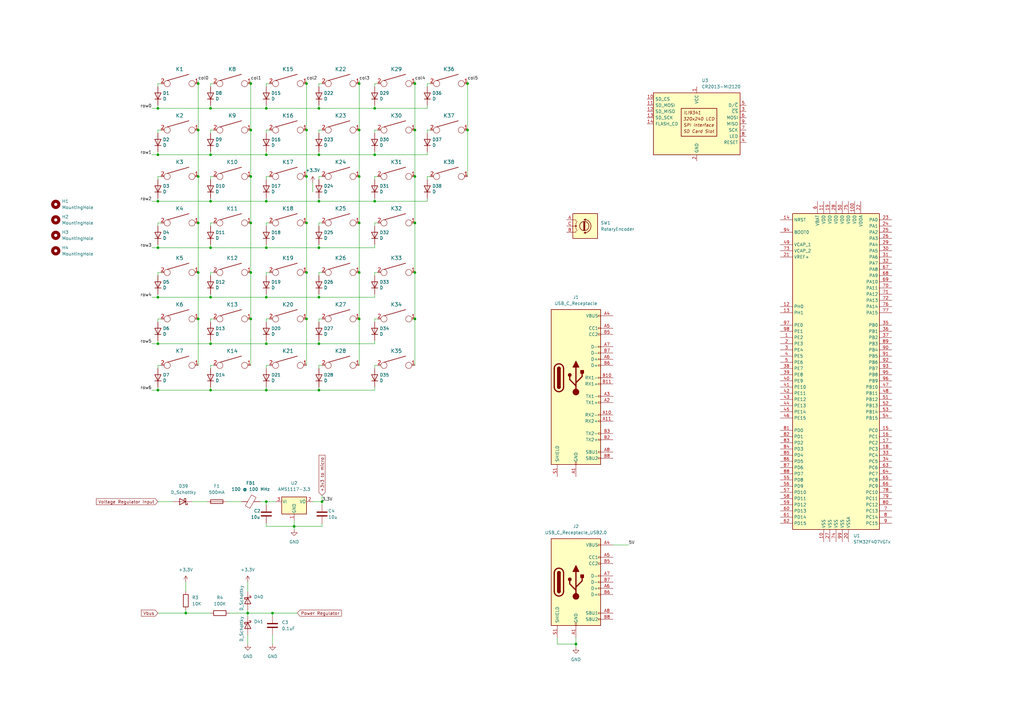
<source format=kicad_sch>
(kicad_sch (version 20211123) (generator eeschema)
  (paper "A3")
  (junction (at 125.73 53.34))
  (junction (at 130.81 63.5))
  (junction (at 86.36 140.97))
  (junction (at 64.77 160.02))
  (junction (at 102.87 91.44))
  (junction (at 170.18 130.81))
  (junction (at 147.32 91.44))
  (junction (at 125.73 130.81))
  (junction (at 109.22 82.55))
  (junction (at 125.73 111.76))
  (junction (at 86.36 63.5))
  (junction (at 64.77 44.45))
  (junction (at 76.2 251.46))
  (junction (at 109.22 205.74))
  (junction (at 153.67 63.5))
  (junction (at 86.36 101.6))
  (junction (at 86.36 160.02))
  (junction (at 109.22 121.92))
  (junction (at 109.22 140.97))
  (junction (at 102.87 111.76))
  (junction (at 81.28 53.34))
  (junction (at 101.6 251.46))
  (junction (at 81.28 34.29))
  (junction (at 130.81 101.6))
  (junction (at 153.67 44.45))
  (junction (at 147.32 34.29))
  (junction (at 81.28 72.39))
  (junction (at 125.73 91.44))
  (junction (at 147.32 53.34))
  (junction (at 109.22 44.45))
  (junction (at 125.73 34.29))
  (junction (at 170.18 34.29))
  (junction (at 102.87 53.34))
  (junction (at 236.22 264.16))
  (junction (at 109.22 101.6))
  (junction (at 111.76 251.46))
  (junction (at 130.81 44.45))
  (junction (at 109.22 63.5))
  (junction (at 130.81 82.55))
  (junction (at 81.28 91.44))
  (junction (at 170.18 72.39))
  (junction (at 64.77 101.6))
  (junction (at 64.77 121.92))
  (junction (at 130.81 140.97))
  (junction (at 191.77 34.29))
  (junction (at 170.18 53.34))
  (junction (at 170.18 111.76))
  (junction (at 86.36 44.45))
  (junction (at 64.77 140.97))
  (junction (at 130.81 121.92))
  (junction (at 191.77 53.34))
  (junction (at 130.81 160.02))
  (junction (at 86.36 82.55))
  (junction (at 147.32 111.76))
  (junction (at 102.87 72.39))
  (junction (at 153.67 82.55))
  (junction (at 102.87 34.29))
  (junction (at 120.65 215.9))
  (junction (at 86.36 121.92))
  (junction (at 147.32 130.81))
  (junction (at 125.73 72.39))
  (junction (at 170.18 91.44))
  (junction (at 109.22 160.02))
  (junction (at 102.87 130.81))
  (junction (at 64.77 82.55))
  (junction (at 64.77 63.5))
  (junction (at 81.28 111.76))
  (junction (at 81.28 130.81))
  (junction (at 132.08 205.74))
  (junction (at 147.32 72.39))
  (wire (pts (xy 66.04 34.29) (xy 64.77 34.29)))
  (wire (pts (xy 130.81 91.44) (xy 130.81 92.71)))
  (wire (pts (xy 86.36 101.6) (xy 109.22 101.6)))
  (wire (pts (xy 153.67 130.81) (xy 153.67 132.08)))
  (wire (pts (xy 64.77 140.97) (xy 62.23 140.97)))
  (wire (pts (xy 170.18 91.44) (xy 170.18 111.76)))
  (wire (pts (xy 86.36 81.28) (xy 86.36 82.55)))
  (wire (pts (xy 93.98 251.46) (xy 101.6 251.46)))
  (wire (pts (xy 153.67 34.29) (xy 153.67 35.56)))
  (wire (pts (xy 64.77 91.44) (xy 64.77 92.71)))
  (wire (pts (xy 64.77 62.23) (xy 64.77 63.5)))
  (wire (pts (xy 110.49 111.76) (xy 109.22 111.76)))
  (wire (pts (xy 110.49 72.39) (xy 109.22 72.39)))
  (wire (pts (xy 64.77 121.92) (xy 86.36 121.92)))
  (wire (pts (xy 86.36 34.29) (xy 86.36 35.56)))
  (wire (pts (xy 81.28 111.76) (xy 81.28 130.81)))
  (wire (pts (xy 130.81 53.34) (xy 130.81 54.61)))
  (wire (pts (xy 81.28 53.34) (xy 81.28 72.39)))
  (wire (pts (xy 130.81 121.92) (xy 153.67 121.92)))
  (wire (pts (xy 109.22 44.45) (xy 130.81 44.45)))
  (wire (pts (xy 154.94 149.86) (xy 153.67 149.86)))
  (wire (pts (xy 130.81 158.75) (xy 130.81 160.02)))
  (wire (pts (xy 236.22 264.16) (xy 236.22 265.43)))
  (wire (pts (xy 130.81 101.6) (xy 153.67 101.6)))
  (wire (pts (xy 64.77 100.33) (xy 64.77 101.6)))
  (wire (pts (xy 147.32 130.81) (xy 147.32 149.86)))
  (wire (pts (xy 102.87 33.02) (xy 102.87 34.29)))
  (wire (pts (xy 176.53 34.29) (xy 175.26 34.29)))
  (wire (pts (xy 120.65 215.9) (xy 120.65 217.17)))
  (wire (pts (xy 125.73 130.81) (xy 125.73 149.86)))
  (wire (pts (xy 101.6 251.46) (xy 101.6 252.73)))
  (wire (pts (xy 109.22 43.18) (xy 109.22 44.45)))
  (wire (pts (xy 64.77 149.86) (xy 64.77 151.13)))
  (wire (pts (xy 64.77 160.02) (xy 86.36 160.02)))
  (wire (pts (xy 102.87 130.81) (xy 102.87 149.86)))
  (wire (pts (xy 154.94 72.39) (xy 153.67 72.39)))
  (wire (pts (xy 109.22 160.02) (xy 130.81 160.02)))
  (wire (pts (xy 86.36 44.45) (xy 109.22 44.45)))
  (wire (pts (xy 101.6 251.46) (xy 111.76 251.46)))
  (wire (pts (xy 130.81 111.76) (xy 130.81 113.03)))
  (wire (pts (xy 154.94 34.29) (xy 153.67 34.29)))
  (wire (pts (xy 76.2 238.76) (xy 76.2 242.57)))
  (wire (pts (xy 130.81 63.5) (xy 153.67 63.5)))
  (wire (pts (xy 153.67 62.23) (xy 153.67 63.5)))
  (wire (pts (xy 130.81 120.65) (xy 130.81 121.92)))
  (wire (pts (xy 110.49 91.44) (xy 109.22 91.44)))
  (wire (pts (xy 109.22 205.74) (xy 113.03 205.74)))
  (wire (pts (xy 81.28 91.44) (xy 81.28 111.76)))
  (wire (pts (xy 87.63 149.86) (xy 86.36 149.86)))
  (wire (pts (xy 64.77 120.65) (xy 64.77 121.92)))
  (wire (pts (xy 64.77 140.97) (xy 86.36 140.97)))
  (wire (pts (xy 130.81 82.55) (xy 153.67 82.55)))
  (wire (pts (xy 106.68 205.74) (xy 109.22 205.74)))
  (wire (pts (xy 86.36 140.97) (xy 109.22 140.97)))
  (wire (pts (xy 86.36 158.75) (xy 86.36 160.02)))
  (wire (pts (xy 110.49 34.29) (xy 109.22 34.29)))
  (wire (pts (xy 109.22 91.44) (xy 109.22 92.71)))
  (wire (pts (xy 130.81 44.45) (xy 153.67 44.45)))
  (wire (pts (xy 125.73 72.39) (xy 125.73 91.44)))
  (wire (pts (xy 153.67 100.33) (xy 153.67 101.6)))
  (wire (pts (xy 101.6 238.76) (xy 101.6 242.57)))
  (wire (pts (xy 66.04 91.44) (xy 64.77 91.44)))
  (wire (pts (xy 153.67 111.76) (xy 153.67 113.03)))
  (wire (pts (xy 64.77 44.45) (xy 86.36 44.45)))
  (wire (pts (xy 147.32 34.29) (xy 147.32 53.34)))
  (wire (pts (xy 154.94 53.34) (xy 153.67 53.34)))
  (wire (pts (xy 86.36 72.39) (xy 86.36 73.66)))
  (wire (pts (xy 101.6 250.19) (xy 101.6 251.46)))
  (wire (pts (xy 130.81 43.18) (xy 130.81 44.45)))
  (wire (pts (xy 130.81 81.28) (xy 130.81 82.55)))
  (wire (pts (xy 132.08 111.76) (xy 130.81 111.76)))
  (wire (pts (xy 132.08 203.2) (xy 132.08 205.74)))
  (wire (pts (xy 86.36 130.81) (xy 86.36 132.08)))
  (wire (pts (xy 109.22 214.63) (xy 109.22 215.9)))
  (wire (pts (xy 86.36 91.44) (xy 86.36 92.71)))
  (wire (pts (xy 130.81 140.97) (xy 153.67 140.97)))
  (wire (pts (xy 153.67 139.7) (xy 153.67 140.97)))
  (wire (pts (xy 125.73 111.76) (xy 125.73 130.81)))
  (wire (pts (xy 66.04 130.81) (xy 64.77 130.81)))
  (wire (pts (xy 92.71 205.74) (xy 99.06 205.74)))
  (wire (pts (xy 154.94 91.44) (xy 153.67 91.44)))
  (wire (pts (xy 132.08 215.9) (xy 120.65 215.9)))
  (wire (pts (xy 109.22 101.6) (xy 130.81 101.6)))
  (wire (pts (xy 64.77 72.39) (xy 64.77 73.66)))
  (wire (pts (xy 86.36 100.33) (xy 86.36 101.6)))
  (wire (pts (xy 176.53 72.39) (xy 175.26 72.39)))
  (wire (pts (xy 153.67 72.39) (xy 153.67 73.66)))
  (wire (pts (xy 109.22 149.86) (xy 109.22 151.13)))
  (wire (pts (xy 147.32 111.76) (xy 147.32 130.81)))
  (wire (pts (xy 175.26 81.28) (xy 175.26 82.55)))
  (wire (pts (xy 109.22 139.7) (xy 109.22 140.97)))
  (wire (pts (xy 228.6 264.16) (xy 236.22 264.16)))
  (wire (pts (xy 111.76 251.46) (xy 121.92 251.46)))
  (wire (pts (xy 110.49 130.81) (xy 109.22 130.81)))
  (wire (pts (xy 125.73 91.44) (xy 125.73 111.76)))
  (wire (pts (xy 125.73 53.34) (xy 125.73 72.39)))
  (wire (pts (xy 109.22 215.9) (xy 120.65 215.9)))
  (wire (pts (xy 64.77 101.6) (xy 62.23 101.6)))
  (wire (pts (xy 66.04 149.86) (xy 64.77 149.86)))
  (wire (pts (xy 86.36 63.5) (xy 109.22 63.5)))
  (wire (pts (xy 191.77 34.29) (xy 191.77 53.34)))
  (wire (pts (xy 87.63 91.44) (xy 86.36 91.44)))
  (wire (pts (xy 153.67 91.44) (xy 153.67 92.71)))
  (wire (pts (xy 109.22 63.5) (xy 130.81 63.5)))
  (wire (pts (xy 154.94 130.81) (xy 153.67 130.81)))
  (wire (pts (xy 102.87 72.39) (xy 102.87 91.44)))
  (wire (pts (xy 86.36 160.02) (xy 109.22 160.02)))
  (wire (pts (xy 132.08 149.86) (xy 130.81 149.86)))
  (wire (pts (xy 109.22 82.55) (xy 130.81 82.55)))
  (wire (pts (xy 102.87 111.76) (xy 102.87 130.81)))
  (wire (pts (xy 109.22 130.81) (xy 109.22 132.08)))
  (wire (pts (xy 86.36 82.55) (xy 109.22 82.55)))
  (wire (pts (xy 109.22 158.75) (xy 109.22 160.02)))
  (wire (pts (xy 64.77 158.75) (xy 64.77 160.02)))
  (wire (pts (xy 132.08 214.63) (xy 132.08 215.9)))
  (wire (pts (xy 132.08 205.74) (xy 132.08 207.01)))
  (wire (pts (xy 87.63 111.76) (xy 86.36 111.76)))
  (wire (pts (xy 102.87 91.44) (xy 102.87 111.76)))
  (wire (pts (xy 130.81 130.81) (xy 130.81 132.08)))
  (wire (pts (xy 153.67 53.34) (xy 153.67 54.61)))
  (wire (pts (xy 64.77 205.74) (xy 71.12 205.74)))
  (wire (pts (xy 86.36 111.76) (xy 86.36 113.03)))
  (wire (pts (xy 64.77 34.29) (xy 64.77 35.56)))
  (wire (pts (xy 175.26 34.29) (xy 175.26 35.56)))
  (wire (pts (xy 81.28 72.39) (xy 81.28 91.44)))
  (wire (pts (xy 64.77 121.92) (xy 62.23 121.92)))
  (wire (pts (xy 109.22 62.23) (xy 109.22 63.5)))
  (wire (pts (xy 191.77 53.34) (xy 191.77 72.39)))
  (wire (pts (xy 86.36 62.23) (xy 86.36 63.5)))
  (wire (pts (xy 170.18 33.02) (xy 170.18 34.29)))
  (wire (pts (xy 66.04 111.76) (xy 64.77 111.76)))
  (wire (pts (xy 153.67 44.45) (xy 175.26 44.45)))
  (wire (pts (xy 175.26 53.34) (xy 175.26 54.61)))
  (wire (pts (xy 130.81 139.7) (xy 130.81 140.97)))
  (wire (pts (xy 154.94 111.76) (xy 153.67 111.76)))
  (wire (pts (xy 111.76 260.35) (xy 111.76 264.16)))
  (wire (pts (xy 66.04 53.34) (xy 64.77 53.34)))
  (wire (pts (xy 81.28 34.29) (xy 81.28 53.34)))
  (wire (pts (xy 64.77 82.55) (xy 86.36 82.55)))
  (wire (pts (xy 130.81 160.02) (xy 153.67 160.02)))
  (wire (pts (xy 64.77 44.45) (xy 62.23 44.45)))
  (wire (pts (xy 153.67 158.75) (xy 153.67 160.02)))
  (wire (pts (xy 86.36 120.65) (xy 86.36 121.92)))
  (wire (pts (xy 87.63 53.34) (xy 86.36 53.34)))
  (wire (pts (xy 64.77 63.5) (xy 62.23 63.5)))
  (wire (pts (xy 76.2 251.46) (xy 86.36 251.46)))
  (wire (pts (xy 109.22 205.74) (xy 109.22 207.01)))
  (wire (pts (xy 64.77 81.28) (xy 64.77 82.55)))
  (wire (pts (xy 109.22 81.28) (xy 109.22 82.55)))
  (wire (pts (xy 132.08 130.81) (xy 130.81 130.81)))
  (wire (pts (xy 64.77 139.7) (xy 64.77 140.97)))
  (wire (pts (xy 109.22 111.76) (xy 109.22 113.03)))
  (wire (pts (xy 251.46 223.52) (xy 257.81 223.52)))
  (wire (pts (xy 87.63 130.81) (xy 86.36 130.81)))
  (wire (pts (xy 175.26 62.23) (xy 175.26 63.5)))
  (wire (pts (xy 170.18 53.34) (xy 170.18 72.39)))
  (wire (pts (xy 64.77 82.55) (xy 62.23 82.55)))
  (wire (pts (xy 170.18 34.29) (xy 170.18 53.34)))
  (wire (pts (xy 86.36 149.86) (xy 86.36 151.13)))
  (wire (pts (xy 153.67 120.65) (xy 153.67 121.92)))
  (wire (pts (xy 191.77 33.02) (xy 191.77 34.29)))
  (wire (pts (xy 125.73 34.29) (xy 125.73 53.34)))
  (wire (pts (xy 128.27 74.93) (xy 128.27 78.74)))
  (wire (pts (xy 132.08 72.39) (xy 130.81 72.39)))
  (wire (pts (xy 147.32 53.34) (xy 147.32 72.39)))
  (wire (pts (xy 153.67 81.28) (xy 153.67 82.55)))
  (wire (pts (xy 153.67 149.86) (xy 153.67 151.13)))
  (wire (pts (xy 110.49 53.34) (xy 109.22 53.34)))
  (wire (pts (xy 86.36 121.92) (xy 109.22 121.92)))
  (wire (pts (xy 87.63 34.29) (xy 86.36 34.29)))
  (wire (pts (xy 228.6 261.62) (xy 228.6 264.16)))
  (wire (pts (xy 130.81 62.23) (xy 130.81 63.5)))
  (wire (pts (xy 153.67 82.55) (xy 175.26 82.55)))
  (wire (pts (xy 109.22 72.39) (xy 109.22 73.66)))
  (wire (pts (xy 175.26 43.18) (xy 175.26 44.45)))
  (wire (pts (xy 153.67 43.18) (xy 153.67 44.45)))
  (wire (pts (xy 132.08 34.29) (xy 130.81 34.29)))
  (wire (pts (xy 132.08 53.34) (xy 130.81 53.34)))
  (wire (pts (xy 109.22 100.33) (xy 109.22 101.6)))
  (wire (pts (xy 111.76 251.46) (xy 111.76 252.73)))
  (wire (pts (xy 170.18 130.81) (xy 170.18 149.86)))
  (wire (pts (xy 109.22 120.65) (xy 109.22 121.92)))
  (wire (pts (xy 81.28 130.81) (xy 81.28 149.86)))
  (wire (pts (xy 109.22 53.34) (xy 109.22 54.61)))
  (wire (pts (xy 101.6 260.35) (xy 101.6 264.16)))
  (wire (pts (xy 64.77 43.18) (xy 64.77 44.45)))
  (wire (pts (xy 64.77 101.6) (xy 86.36 101.6)))
  (wire (pts (xy 64.77 160.02) (xy 62.23 160.02)))
  (wire (pts (xy 128.27 205.74) (xy 132.08 205.74)))
  (wire (pts (xy 76.2 250.19) (xy 76.2 251.46)))
  (wire (pts (xy 64.77 53.34) (xy 64.77 54.61)))
  (wire (pts (xy 109.22 121.92) (xy 130.81 121.92)))
  (wire (pts (xy 102.87 53.34) (xy 102.87 72.39)))
  (wire (pts (xy 81.28 33.02) (xy 81.28 34.29)))
  (wire (pts (xy 125.73 33.02) (xy 125.73 34.29)))
  (wire (pts (xy 64.77 130.81) (xy 64.77 132.08)))
  (wire (pts (xy 130.81 72.39) (xy 130.81 73.66)))
  (wire (pts (xy 147.32 33.02) (xy 147.32 34.29)))
  (wire (pts (xy 109.22 34.29) (xy 109.22 35.56)))
  (wire (pts (xy 153.67 63.5) (xy 175.26 63.5)))
  (wire (pts (xy 130.81 149.86) (xy 130.81 151.13)))
  (wire (pts (xy 87.63 72.39) (xy 86.36 72.39)))
  (wire (pts (xy 147.32 72.39) (xy 147.32 91.44)))
  (wire (pts (xy 109.22 140.97) (xy 130.81 140.97)))
  (wire (pts (xy 64.77 251.46) (xy 76.2 251.46)))
  (wire (pts (xy 130.81 100.33) (xy 130.81 101.6)))
  (wire (pts (xy 86.36 53.34) (xy 86.36 54.61)))
  (wire (pts (xy 102.87 34.29) (xy 102.87 53.34)))
  (wire (pts (xy 120.65 213.36) (xy 120.65 215.9)))
  (wire (pts (xy 170.18 72.39) (xy 170.18 91.44)))
  (wire (pts (xy 147.32 91.44) (xy 147.32 111.76)))
  (wire (pts (xy 64.77 63.5) (xy 86.36 63.5)))
  (wire (pts (xy 64.77 111.76) (xy 64.77 113.03)))
  (wire (pts (xy 176.53 53.34) (xy 175.26 53.34)))
  (wire (pts (xy 132.08 91.44) (xy 130.81 91.44)))
  (wire (pts (xy 78.74 205.74) (xy 85.09 205.74)))
  (wire (pts (xy 170.18 111.76) (xy 170.18 130.81)))
  (wire (pts (xy 236.22 261.62) (xy 236.22 264.16)))
  (wire (pts (xy 66.04 72.39) (xy 64.77 72.39)))
  (wire (pts (xy 86.36 43.18) (xy 86.36 44.45)))
  (wire (pts (xy 175.26 72.39) (xy 175.26 73.66)))
  (wire (pts (xy 130.81 34.29) (xy 130.81 35.56)))
  (wire (pts (xy 86.36 139.7) (xy 86.36 140.97)))
  (wire (pts (xy 110.49 149.86) (xy 109.22 149.86)))
  (label "col4" (at 170.18 33.02 0))
  (label "row6" (at 62.23 160.02 180))
  (label "row4" (at 62.23 121.92 180))
  (label "col5" (at 191.77 33.02 0))
  (label "row3" (at 62.23 101.6 180))
  (label "row0" (at 62.23 44.45 180))
  (label "col0" (at 81.28 33.02 0))
  (label "3.3V" (at 132.08 205.74 0))
  (label "5V" (at 257.81 223.52 0))
  (label "row5" (at 62.23 140.97 180))
  (label "col1" (at 102.87 33.02 0))
  (label "col3" (at 147.32 33.02 0))
  (label "row1" (at 62.23 63.5 180))
  (label "row2" (at 62.23 82.55 180))
  (label "col2" (at 125.73 33.02 0))
  (global_label "Vbus" (shape input) (at 64.77 251.46 180) (property "Intersheet References" "${INTERSHEET_REFS}" (effects hide)))
  (global_label "Power Regulator" (shape input) (at 121.92 251.46 0) (property "Intersheet References" "${INTERSHEET_REFS}" (effects hide)))
  (global_label "Voltage Regulator Input" (shape input) (at 64.77 205.74 180) (property "Intersheet References" "${INTERSHEET_REFS}" (effects hide)))
  (global_label "+3v3 to micro" (shape input) (at 132.08 203.2 90) (property "Intersheet References" "${INTERSHEET_REFS}" (effects hide)))
  (symbol (lib_id "KBT1-rescue:D-Device") (at 64.77 39.37 90) (unit 1)
    (property "Reference" "D1" (at 66.802 38.2016 90) (effects (justify right)))
    (property "Value" "D" (at 66.802 40.513 90) (effects (justify right)))
    (property "Footprint" "Diode_SMD:D_SOD-123" (effects hide))
  )
  (symbol (lib_id "KBT1-rescue:KEYSW-keyboard_parts") (at 73.66 34.29 0) (unit 1)
    (property "Reference" "K1" (at 73.66 28.3718 0) (effects (font (size 1.524 1.524))))
    (property "Value" "KEYSW" (effects hide))
    (property "Footprint" "6:SW_Hotswap_Kailh_MX_plated" (effects hide))
  )
  (symbol (lib_id "KBT1-rescue:KEYSW-keyboard_parts") (at 95.25 34.29 0) (unit 1)
    (property "Reference" "K8" (at 95.25 28.3718 0) (effects (font (size 1.524 1.524))))
    (property "Value" "KEYSW" (effects hide))
    (property "Footprint" "6:SW_Hotswap_Kailh_MX_plated" (effects hide))
  )
  (symbol (lib_id "KBT1-rescue:D-Device") (at 86.36 39.37 90) (unit 1)
    (property "Reference" "D8" (at 88.392 38.2016 90) (effects (justify right)))
    (property "Value" "D" (at 88.392 40.513 90) (effects (justify right)))
    (property "Footprint" "Diode_SMD:D_SOD-123" (effects hide))
  )
  (symbol (lib_id "KBT1-rescue:KEYSW-keyboard_parts") (at 118.11 34.29 0) (unit 1)
    (property "Reference" "K15" (at 118.11 28.3718 0) (effects (font (size 1.524 1.524))))
    (property "Value" "KEYSW" (effects hide))
    (property "Footprint" "6:SW_Hotswap_Kailh_MX_plated" (effects hide))
  )
  (symbol (lib_id "KBT1-rescue:D-Device") (at 109.22 39.37 90) (unit 1)
    (property "Reference" "D15" (at 111.252 38.2016 90) (effects (justify right)))
    (property "Value" "D" (at 111.252 40.513 90) (effects (justify right)))
    (property "Footprint" "Diode_SMD:D_SOD-123" (effects hide))
  )
  (symbol (lib_id "KBT1-rescue:KEYSW-keyboard_parts") (at 139.7 34.29 0) (unit 1)
    (property "Reference" "K22" (at 139.7 28.3718 0) (effects (font (size 1.524 1.524))))
    (property "Value" "KEYSW" (effects hide))
    (property "Footprint" "6:SW_Hotswap_Kailh_MX_plated" (effects hide))
  )
  (symbol (lib_id "KBT1-rescue:D-Device") (at 130.81 39.37 90) (unit 1)
    (property "Reference" "D22" (at 132.842 38.2016 90) (effects (justify right)))
    (property "Value" "D" (at 132.842 40.513 90) (effects (justify right)))
    (property "Footprint" "Diode_SMD:D_SOD-123" (effects hide))
  )
  (symbol (lib_id "KBT1-rescue:KEYSW-keyboard_parts") (at 73.66 53.34 0) (unit 1)
    (property "Reference" "K2" (at 73.66 47.4218 0) (effects (font (size 1.524 1.524))))
    (property "Value" "KEYSW" (effects hide))
    (property "Footprint" "6:SW_Hotswap_Kailh_MX_plated" (effects hide))
  )
  (symbol (lib_id "KBT1-rescue:D-Device") (at 64.77 58.42 90) (unit 1)
    (property "Reference" "D2" (at 66.802 57.2516 90) (effects (justify right)))
    (property "Value" "D" (at 66.802 59.563 90) (effects (justify right)))
    (property "Footprint" "Diode_SMD:D_SOD-123" (effects hide))
  )
  (symbol (lib_id "KBT1-rescue:KEYSW-keyboard_parts") (at 95.25 53.34 0) (unit 1)
    (property "Reference" "K9" (at 95.25 47.4218 0) (effects (font (size 1.524 1.524))))
    (property "Value" "KEYSW" (effects hide))
    (property "Footprint" "6:SW_Hotswap_Kailh_MX_plated" (effects hide))
  )
  (symbol (lib_id "KBT1-rescue:D-Device") (at 86.36 58.42 90) (unit 1)
    (property "Reference" "D9" (at 88.392 57.2516 90) (effects (justify right)))
    (property "Value" "D" (at 88.392 59.563 90) (effects (justify right)))
    (property "Footprint" "Diode_SMD:D_SOD-123" (effects hide))
  )
  (symbol (lib_id "KBT1-rescue:KEYSW-keyboard_parts") (at 118.11 53.34 0) (unit 1)
    (property "Reference" "K16" (at 118.11 47.4218 0) (effects (font (size 1.524 1.524))))
    (property "Value" "KEYSW" (effects hide))
    (property "Footprint" "6:SW_Hotswap_Kailh_MX_plated" (effects hide))
  )
  (symbol (lib_id "KBT1-rescue:D-Device") (at 109.22 58.42 90) (unit 1)
    (property "Reference" "D16" (at 111.252 57.2516 90) (effects (justify right)))
    (property "Value" "D" (at 111.252 59.563 90) (effects (justify right)))
    (property "Footprint" "Diode_SMD:D_SOD-123" (effects hide))
  )
  (symbol (lib_id "KBT1-rescue:KEYSW-keyboard_parts") (at 139.7 53.34 0) (unit 1)
    (property "Reference" "K23" (at 139.7 47.4218 0) (effects (font (size 1.524 1.524))))
    (property "Value" "KEYSW" (effects hide))
    (property "Footprint" "6:SW_Hotswap_Kailh_MX_plated" (effects hide))
  )
  (symbol (lib_id "KBT1-rescue:D-Device") (at 130.81 58.42 90) (unit 1)
    (property "Reference" "D23" (at 132.842 57.2516 90) (effects (justify right)))
    (property "Value" "D" (at 132.842 59.563 90) (effects (justify right)))
    (property "Footprint" "Diode_SMD:D_SOD-123" (effects hide))
  )
  (symbol (lib_id "KBT1-rescue:KEYSW-keyboard_parts") (at 73.66 72.39 0) (unit 1)
    (property "Reference" "K3" (at 73.66 66.4718 0) (effects (font (size 1.524 1.524))))
    (property "Value" "KEYSW" (effects hide))
    (property "Footprint" "6:SW_Hotswap_Kailh_MX_plated" (effects hide))
  )
  (symbol (lib_id "KBT1-rescue:D-Device") (at 64.77 77.47 90) (unit 1)
    (property "Reference" "D3" (at 66.802 76.3016 90) (effects (justify right)))
    (property "Value" "D" (at 66.802 78.613 90) (effects (justify right)))
    (property "Footprint" "Diode_SMD:D_SOD-123" (effects hide))
  )
  (symbol (lib_id "KBT1-rescue:KEYSW-keyboard_parts") (at 95.25 72.39 0) (unit 1)
    (property "Reference" "K10" (at 95.25 66.4718 0) (effects (font (size 1.524 1.524))))
    (property "Value" "KEYSW" (effects hide))
    (property "Footprint" "6:SW_Hotswap_Kailh_MX_plated" (effects hide))
  )
  (symbol (lib_id "KBT1-rescue:D-Device") (at 86.36 77.47 90) (unit 1)
    (property "Reference" "D10" (at 88.392 76.3016 90) (effects (justify right)))
    (property "Value" "D" (at 88.392 78.613 90) (effects (justify right)))
    (property "Footprint" "Diode_SMD:D_SOD-123" (effects hide))
  )
  (symbol (lib_id "KBT1-rescue:KEYSW-keyboard_parts") (at 118.11 72.39 0) (unit 1)
    (property "Reference" "K17" (at 118.11 66.4718 0) (effects (font (size 1.524 1.524))))
    (property "Value" "KEYSW" (effects hide))
    (property "Footprint" "6:SW_Hotswap_Kailh_MX_plated" (effects hide))
  )
  (symbol (lib_id "KBT1-rescue:D-Device") (at 109.22 77.47 90) (unit 1)
    (property "Reference" "D17" (at 111.252 76.3016 90) (effects (justify right)))
    (property "Value" "D" (at 111.252 78.613 90) (effects (justify right)))
    (property "Footprint" "Diode_SMD:D_SOD-123" (effects hide))
  )
  (symbol (lib_id "KBT1-rescue:KEYSW-keyboard_parts") (at 139.7 72.39 0) (unit 1)
    (property "Reference" "K24" (at 139.7 66.4718 0) (effects (font (size 1.524 1.524))))
    (property "Value" "KEYSW" (effects hide))
    (property "Footprint" "6:SW_Hotswap_Kailh_MX_plated" (effects hide))
  )
  (symbol (lib_id "KBT1-rescue:D-Device") (at 130.81 77.47 90) (unit 1)
    (property "Reference" "D24" (at 132.842 76.3016 90) (effects (justify right)))
    (property "Value" "D" (at 132.842 78.613 90) (effects (justify right)))
    (property "Footprint" "Diode_SMD:D_SOD-123" (effects hide))
  )
  (symbol (lib_id "KBT1-rescue:KEYSW-keyboard_parts") (at 73.66 91.44 0) (unit 1)
    (property "Reference" "K4" (at 73.66 85.5218 0) (effects (font (size 1.524 1.524))))
    (property "Value" "KEYSW" (effects hide))
    (property "Footprint" "6:SW_Hotswap_Kailh_MX_plated" (effects hide))
  )
  (symbol (lib_id "KBT1-rescue:D-Device") (at 64.77 96.52 90) (unit 1)
    (property "Reference" "D4" (at 66.802 95.3516 90) (effects (justify right)))
    (property "Value" "D" (at 66.802 97.663 90) (effects (justify right)))
    (property "Footprint" "Diode_SMD:D_SOD-123" (effects hide))
  )
  (symbol (lib_id "KBT1-rescue:KEYSW-keyboard_parts") (at 95.25 91.44 0) (unit 1)
    (property "Reference" "K11" (at 95.25 85.5218 0) (effects (font (size 1.524 1.524))))
    (property "Value" "KEYSW" (effects hide))
    (property "Footprint" "6:SW_Hotswap_Kailh_MX_plated" (effects hide))
  )
  (symbol (lib_id "KBT1-rescue:D-Device") (at 86.36 96.52 90) (unit 1)
    (property "Reference" "D11" (at 88.392 95.3516 90) (effects (justify right)))
    (property "Value" "D" (at 88.392 97.663 90) (effects (justify right)))
    (property "Footprint" "Diode_SMD:D_SOD-123" (effects hide))
  )
  (symbol (lib_id "KBT1-rescue:KEYSW-keyboard_parts") (at 118.11 91.44 0) (unit 1)
    (property "Reference" "K18" (at 118.11 85.5218 0) (effects (font (size 1.524 1.524))))
    (property "Value" "KEYSW" (effects hide))
    (property "Footprint" "6:SW_Hotswap_Kailh_MX_plated" (effects hide))
  )
  (symbol (lib_id "KBT1-rescue:D-Device") (at 109.22 96.52 90) (unit 1)
    (property "Reference" "D18" (at 111.252 95.3516 90) (effects (justify right)))
    (property "Value" "D" (at 111.252 97.663 90) (effects (justify right)))
    (property "Footprint" "Diode_SMD:D_SOD-123" (effects hide))
  )
  (symbol (lib_id "KBT1-rescue:KEYSW-keyboard_parts") (at 139.7 91.44 0) (unit 1)
    (property "Reference" "K25" (at 139.7 85.5218 0) (effects (font (size 1.524 1.524))))
    (property "Value" "KEYSW" (effects hide))
    (property "Footprint" "6:SW_Hotswap_Kailh_MX_plated" (effects hide))
  )
  (symbol (lib_id "KBT1-rescue:D-Device") (at 130.81 96.52 90) (unit 1)
    (property "Reference" "D25" (at 132.842 95.3516 90) (effects (justify right)))
    (property "Value" "D" (at 132.842 97.663 90) (effects (justify right)))
    (property "Footprint" "Diode_SMD:D_SOD-123" (effects hide))
  )
  (symbol (lib_id "KBT1-rescue:KEYSW-keyboard_parts") (at 139.7 111.76 0) (unit 1)
    (property "Reference" "K26" (at 139.7 105.8418 0) (effects (font (size 1.524 1.524))))
    (property "Value" "KEYSW" (effects hide))
    (property "Footprint" "6:SW_Hotswap_Kailh_MX_plated" (effects hide))
  )
  (symbol (lib_id "Mechanical:MountingHole") (at 22.86 83.82 0) (unit 1)
    (property "Reference" "H1" (at 25.4 82.5499 0) (effects (justify left)))
    (property "Value" "MountingHole" (at 25.4 85.0899 0) (effects (justify left)))
    (property "Footprint" "MountingHole:MountingHole_2.7mm" (effects hide))
  )
  (symbol (lib_id "Connector:USB_C_Receptacle_USB2.0") (at 236.22 238.76 0) (unit 1)
    (property "Reference" "J2" (at 236.22 215.9 0))
    (property "Value" "USB_C_Receptacle_USB2.0" (at 236.22 218.44 0))
    (property "Footprint" "Connector_USB:USB_C_Receptacle_Amphenol_12401548E4-2A_CircularHoles" (effects hide))
    (property "Datasheet" "https://www.usb.org/sites/default/files/documents/usb_type-c.zip" (effects hide))
  )
  (symbol (lib_id "Device:C") (at 109.22 210.82 0) (unit 1)
    (property "Reference" "C2" (at 104.14 209.55 0) (effects (justify left)))
    (property "Value" "10u" (at 102.87 212.09 0) (effects (justify left)))
    (property "Footprint" "Capacitor_SMD:C_0805_2012Metric" (effects hide))
  )
  (symbol (lib_id "KBT1-rescue:KEYSW-keyboard_parts") (at 73.66 149.86 0) (unit 1)
    (property "Reference" "K7" (at 73.66 143.9418 0) (effects (font (size 1.524 1.524))))
    (property "Value" "KEYSW" (effects hide))
    (property "Footprint" "6:SW_Hotswap_Kailh_MX_plated" (effects hide))
  )
  (symbol (lib_id "KBT1-rescue:KEYSW-keyboard_parts") (at 184.15 53.34 0) (unit 1)
    (property "Reference" "K37" (at 184.15 47.4218 0) (effects (font (size 1.524 1.524))))
    (property "Value" "KEYSW" (effects hide))
    (property "Footprint" "6:SW_Hotswap_Kailh_MX_plated" (effects hide))
  )
  (symbol (lib_id "KBT1-rescue:KEYSW-keyboard_parts") (at 184.15 72.39 0) (unit 1)
    (property "Reference" "K38" (at 184.15 66.4718 0) (effects (font (size 1.524 1.524))))
    (property "Value" "KEYSW" (effects hide))
    (property "Footprint" "6:SW_Hotswap_Kailh_MX_plated" (effects hide))
  )
  (symbol (lib_id "KBT1-rescue:KEYSW-keyboard_parts") (at 162.56 72.39 0) (unit 1)
    (property "Reference" "K31" (at 162.56 66.4718 0) (effects (font (size 1.524 1.524))))
    (property "Value" "KEYSW" (effects hide))
    (property "Footprint" "6:SW_Hotswap_Kailh_MX_plated" (effects hide))
  )
  (symbol (lib_id "power:GND") (at 120.65 217.17 0) (unit 1)
    (property "Reference" "#PWR05" (effects hide))
    (property "Value" "GND" (at 120.65 222.25 0))
  )
  (symbol (lib_id "Device:R") (at 76.2 246.38 0) (unit 1)
    (property "Reference" "R3" (at 78.74 245.1099 0) (effects (justify left)))
    (property "Value" "10K" (at 78.74 247.6499 0) (effects (justify left)))
    (property "Footprint" "Resistor_SMD:R_0805_2012Metric" (effects hide))
  )
  (symbol (lib_id "KBT1-rescue:KEYSW-keyboard_parts") (at 118.11 130.81 0) (unit 1)
    (property "Reference" "K20" (at 118.11 124.8918 0) (effects (font (size 1.524 1.524))))
    (property "Value" "KEYSW" (effects hide))
    (property "Footprint" "6:SW_Hotswap_Kailh_MX_plated" (effects hide))
  )
  (symbol (lib_id "KBT1-rescue:KEYSW-keyboard_parts") (at 162.56 91.44 0) (unit 1)
    (property "Reference" "K32" (at 162.56 85.5218 0) (effects (font (size 1.524 1.524))))
    (property "Value" "KEYSW" (effects hide))
    (property "Footprint" "6:SW_Hotswap_Kailh_MX_plated" (effects hide))
  )
  (symbol (lib_id "KBT1-rescue:D-Device") (at 153.67 135.89 90) (unit 1)
    (property "Reference" "D34" (at 155.702 134.7216 90) (effects (justify right)))
    (property "Value" "D" (at 155.702 137.033 90) (effects (justify right)))
    (property "Footprint" "Diode_SMD:D_SOD-123" (effects hide))
  )
  (symbol (lib_id "KBT1-rescue:D-Device") (at 153.67 39.37 90) (unit 1)
    (property "Reference" "D29" (at 155.702 38.2016 90) (effects (justify right)))
    (property "Value" "D" (at 155.702 40.513 90) (effects (justify right)))
    (property "Footprint" "Diode_SMD:D_SOD-123" (effects hide))
  )
  (symbol (lib_id "power:GND") (at 236.22 265.43 0) (unit 1)
    (property "Reference" "#PWR0101" (effects hide))
    (property "Value" "GND" (at 236.22 270.51 0))
  )
  (symbol (lib_id "KBT1-rescue:KEYSW-keyboard_parts") (at 162.56 34.29 0) (unit 1)
    (property "Reference" "K29" (at 162.56 28.3718 0) (effects (font (size 1.524 1.524))))
    (property "Value" "KEYSW" (effects hide))
    (property "Footprint" "6:SW_Hotswap_Kailh_MX_plated" (effects hide))
  )
  (symbol (lib_id "power:+3.3V") (at 128.27 74.93 0) (unit 1)
    (property "Reference" "#PWR0103" (effects hide))
    (property "Value" "+3.3V" (at 128.27 69.85 0))
  )
  (symbol (lib_id "KBT1-rescue:D-Device") (at 64.77 116.84 90) (unit 1)
    (property "Reference" "D5" (at 66.802 115.6716 90) (effects (justify right)))
    (property "Value" "D" (at 66.802 117.983 90) (effects (justify right)))
    (property "Footprint" "Diode_SMD:D_SOD-123" (effects hide))
  )
  (symbol (lib_id "Device:C") (at 111.76 256.54 0) (unit 1)
    (property "Reference" "C3" (at 115.57 255.2699 0) (effects (justify left)))
    (property "Value" "0.1uF" (at 115.57 257.8099 0) (effects (justify left)))
    (property "Footprint" "Resistor_SMD:R_0805_2012Metric" (effects hide))
  )
  (symbol (lib_id "KBT1-rescue:D-Device") (at 64.77 135.89 90) (unit 1)
    (property "Reference" "D6" (at 66.802 134.7216 90) (effects (justify right)))
    (property "Value" "D" (at 66.802 137.033 90) (effects (justify right)))
    (property "Footprint" "Diode_SMD:D_SOD-123" (effects hide))
  )
  (symbol (lib_id "KBT1-rescue:KEYSW-keyboard_parts") (at 73.66 111.76 0) (unit 1)
    (property "Reference" "K5" (at 73.66 105.8418 0) (effects (font (size 1.524 1.524))))
    (property "Value" "KEYSW" (effects hide))
    (property "Footprint" "6:SW_Hotswap_Kailh_MX_plated" (effects hide))
  )
  (symbol (lib_id "KBT1-rescue:KEYSW-keyboard_parts") (at 95.25 149.86 0) (unit 1)
    (property "Reference" "K14" (at 95.25 143.9418 0) (effects (font (size 1.524 1.524))))
    (property "Value" "KEYSW" (effects hide))
    (property "Footprint" "6:SW_Hotswap_Kailh_MX_plated" (effects hide))
  )
  (symbol (lib_id "Device:RotaryEncoder") (at 240.03 92.71 0) (unit 1)
    (property "Reference" "SW1" (at 246.38 91.4399 0) (effects (justify left)))
    (property "Value" "RotaryEncoder" (at 246.38 93.9799 0) (effects (justify left)))
    (property "Footprint" "Rotary_Encoder:RotaryEncoder_Alps_EC12E_Vertical_H20mm" (effects hide))
  )
  (symbol (lib_id "KBT1-rescue:D-Device") (at 130.81 135.89 90) (unit 1)
    (property "Reference" "D27" (at 132.842 134.7216 90) (effects (justify right)))
    (property "Value" "D" (at 132.842 137.033 90) (effects (justify right)))
    (property "Footprint" "Diode_SMD:D_SOD-123" (effects hide))
  )
  (symbol (lib_id "KBT1-rescue:D-Device") (at 153.67 154.94 90) (unit 1)
    (property "Reference" "D35" (at 155.702 153.7716 90) (effects (justify right)))
    (property "Value" "D" (at 155.702 156.083 90) (effects (justify right)))
    (property "Footprint" "Diode_SMD:D_SOD-123" (effects hide))
  )
  (symbol (lib_id "KBT1-rescue:D-Device") (at 64.77 154.94 90) (unit 1)
    (property "Reference" "D7" (at 66.802 153.7716 90) (effects (justify right)))
    (property "Value" "D" (at 66.802 156.083 90) (effects (justify right)))
    (property "Footprint" "Diode_SMD:D_SOD-123" (effects hide))
  )
  (symbol (lib_id "KBT1-rescue:KEYSW-keyboard_parts") (at 95.25 130.81 0) (unit 1)
    (property "Reference" "K13" (at 95.25 124.8918 0) (effects (font (size 1.524 1.524))))
    (property "Value" "KEYSW" (effects hide))
    (property "Footprint" "6:SW_Hotswap_Kailh_MX_plated" (effects hide))
  )
  (symbol (lib_id "KBT1-rescue:KEYSW-keyboard_parts") (at 118.11 111.76 0) (unit 1)
    (property "Reference" "K19" (at 118.11 105.8418 0) (effects (font (size 1.524 1.524))))
    (property "Value" "KEYSW" (effects hide))
    (property "Footprint" "6:SW_Hotswap_Kailh_MX_plated" (effects hide))
  )
  (symbol (lib_id "Device:Fuse") (at 88.9 205.74 90) (unit 1)
    (property "Reference" "F1" (at 88.9 199.39 90))
    (property "Value" "500mA" (at 88.9 201.93 90))
  )
  (symbol (lib_id "Mechanical:MountingHole") (at 22.86 96.52 0) (unit 1)
    (property "Reference" "H3" (at 25.4 95.2499 0) (effects (justify left)))
    (property "Value" "MountingHole" (at 25.4 97.7899 0) (effects (justify left)))
    (property "Footprint" "MountingHole:MountingHole_2.7mm" (effects hide))
  )
  (symbol (lib_id "KBT1-rescue:KEYSW-keyboard_parts") (at 139.7 130.81 0) (unit 1)
    (property "Reference" "K27" (at 139.7 124.8918 0) (effects (font (size 1.524 1.524))))
    (property "Value" "KEYSW" (effects hide))
    (property "Footprint" "6:SW_Hotswap_Kailh_MX_plated" (effects hide))
  )
  (symbol (lib_id "Device:D_Schottky") (at 74.93 205.74 180) (unit 1)
    (property "Reference" "D39" (at 75.2475 199.39 0))
    (property "Value" "D_Schottky" (at 75.2475 201.93 0))
  )
  (symbol (lib_id "power:+3.3V") (at 101.6 238.76 0) (unit 1)
    (property "Reference" "#PWR02" (effects hide))
    (property "Value" "+3.3V" (at 101.6 233.68 0))
  )
  (symbol (lib_id "KBT1-rescue:KEYSW-keyboard_parts") (at 162.56 111.76 0) (unit 1)
    (property "Reference" "K33" (at 162.56 105.8418 0) (effects (font (size 1.524 1.524))))
    (property "Value" "KEYSW" (effects hide))
    (property "Footprint" "6:SW_Hotswap_Kailh_MX_plated" (effects hide))
  )
  (symbol (lib_id "KBT1-rescue:D-Device") (at 153.67 77.47 90) (unit 1)
    (property "Reference" "D31" (at 155.702 76.3016 90) (effects (justify right)))
    (property "Value" "D" (at 155.702 78.613 90) (effects (justify right)))
    (property "Footprint" "Diode_SMD:D_SOD-123" (effects hide))
  )
  (symbol (lib_id "KBT1-rescue:D-Device") (at 130.81 154.94 90) (unit 1)
    (property "Reference" "D28" (at 132.842 153.7716 90) (effects (justify right)))
    (property "Value" "D" (at 132.842 156.083 90) (effects (justify right)))
    (property "Footprint" "Diode_SMD:D_SOD-123" (effects hide))
  )
  (symbol (lib_id "KBT1-rescue:D-Device") (at 86.36 116.84 90) (unit 1)
    (property "Reference" "D12" (at 88.392 115.6716 90) (effects (justify right)))
    (property "Value" "D" (at 88.392 117.983 90) (effects (justify right)))
    (property "Footprint" "Diode_SMD:D_SOD-123" (effects hide))
  )
  (symbol (lib_id "Device:D_Schottky") (at 101.6 246.38 270) (unit 1)
    (property "Reference" "D40" (at 104.14 244.7924 90) (effects (justify left)))
    (property "Value" "D_Schottky" (at 99.06 240.03 0) (effects (justify left)))
  )
  (symbol (lib_id "KBT1-rescue:D-Device") (at 86.36 135.89 90) (unit 1)
    (property "Reference" "D13" (at 88.392 134.7216 90) (effects (justify right)))
    (property "Value" "D" (at 88.392 137.033 90) (effects (justify right)))
    (property "Footprint" "Diode_SMD:D_SOD-123" (effects hide))
  )
  (symbol (lib_id "Device:R") (at 90.17 251.46 270) (unit 1)
    (property "Reference" "R4" (at 90.17 245.11 90))
    (property "Value" "100K" (at 90.17 247.65 90))
    (property "Footprint" "Resistor_SMD:R_0805_2012Metric" (effects hide))
  )
  (symbol (lib_id "power:+3.3V") (at 76.2 238.76 0) (unit 1)
    (property "Reference" "#PWR01" (effects hide))
    (property "Value" "+3.3V" (at 76.2 233.68 0))
  )
  (symbol (lib_id "Mechanical:MountingHole") (at 22.86 90.17 0) (unit 1)
    (property "Reference" "H2" (at 25.4 88.8999 0) (effects (justify left)))
    (property "Value" "MountingHole" (at 25.4 91.4399 0) (effects (justify left)))
    (property "Footprint" "MountingHole:MountingHole_2.7mm" (effects hide))
  )
  (symbol (lib_id "MCU_ST_STM32F4:STM32F407VGTx") (at 342.9 151.13 0) (unit 1)
    (property "Reference" "U1" (at 349.9994 219.71 0) (effects (justify left)))
    (property "Value" "STM32F407VGTx" (at 349.9994 222.25 0) (effects (justify left)))
    (property "Footprint" "Package_QFP:LQFP-100_14x14mm_P0.5mm" (effects hide))
    (property "Datasheet" "http://www.st.com/st-web-ui/static/active/en/resource/technical/document/datasheet/DM00037051.pdf" (effects hide))
  )
  (symbol (lib_id "Mechanical:MountingHole") (at 22.86 102.87 0) (unit 1)
    (property "Reference" "H4" (at 25.4 101.5999 0) (effects (justify left)))
    (property "Value" "MountingHole" (at 25.4 104.1399 0) (effects (justify left)))
    (property "Footprint" "MountingHole:MountingHole_2.7mm" (effects hide))
  )
  (symbol (lib_id "KBT1-rescue:D-Device") (at 153.67 116.84 90) (unit 1)
    (property "Reference" "D33" (at 155.702 115.6716 90) (effects (justify right)))
    (property "Value" "D" (at 155.702 117.983 90) (effects (justify right)))
    (property "Footprint" "Diode_SMD:D_SOD-123" (effects hide))
  )
  (symbol (lib_id "KBT1-rescue:D-Device") (at 175.26 58.42 90) (unit 1)
    (property "Reference" "D37" (at 177.292 57.2516 90) (effects (justify right)))
    (property "Value" "D" (at 177.292 59.563 90) (effects (justify right)))
    (property "Footprint" "Diode_SMD:D_SOD-123" (effects hide))
  )
  (symbol (lib_id "KBT1-rescue:D-Device") (at 175.26 39.37 90) (unit 1)
    (property "Reference" "D36" (at 177.292 38.2016 90) (effects (justify right)))
    (property "Value" "D" (at 177.292 40.513 90) (effects (justify right)))
    (property "Footprint" "Diode_SMD:D_SOD-123" (effects hide))
  )
  (symbol (lib_id "power:GND") (at 111.76 264.16 0) (unit 1)
    (property "Reference" "#PWR04" (effects hide))
    (property "Value" "GND" (at 111.76 269.24 0))
  )
  (symbol (lib_id "KBT1-rescue:KEYSW-keyboard_parts") (at 162.56 130.81 0) (unit 1)
    (property "Reference" "K34" (at 162.56 124.8918 0) (effects (font (size 1.524 1.524))))
    (property "Value" "KEYSW" (effects hide))
    (property "Footprint" "6:SW_Hotswap_Kailh_MX_plated" (effects hide))
  )
  (symbol (lib_id "Regulator_Linear:AMS1117-3.3") (at 120.65 205.74 0) (unit 1)
    (property "Reference" "U2" (at 120.65 198.12 0))
    (property "Value" "AMS1117-3.3" (at 120.65 200.66 0))
    (property "Footprint" "Package_TO_SOT_SMD:SOT-223-3_TabPin2" (effects hide))
    (property "Datasheet" "http://www.advanced-monolithic.com/pdf/ds1117.pdf" (effects hide))
  )
  (symbol (lib_id "KBT1-rescue:D-Device") (at 175.26 77.47 90) (unit 1)
    (property "Reference" "D38" (at 177.292 76.3016 90) (effects (justify right)))
    (property "Value" "D" (at 177.292 78.613 90) (effects (justify right)))
    (property "Footprint" "Diode_SMD:D_SOD-123" (effects hide))
  )
  (symbol (lib_id "KBT1-rescue:D-Device") (at 109.22 135.89 90) (unit 1)
    (property "Reference" "D20" (at 111.252 134.7216 90) (effects (justify right)))
    (property "Value" "D" (at 111.252 137.033 90) (effects (justify right)))
    (property "Footprint" "Diode_SMD:D_SOD-123" (effects hide))
  )
  (symbol (lib_id "KBT1-rescue:KEYSW-keyboard_parts") (at 95.25 111.76 0) (unit 1)
    (property "Reference" "K12" (at 95.25 105.8418 0) (effects (font (size 1.524 1.524))))
    (property "Value" "KEYSW" (effects hide))
    (property "Footprint" "6:SW_Hotswap_Kailh_MX_plated" (effects hide))
  )
  (symbol (lib_id "Driver_Display:CR2013-MI2120") (at 285.75 50.8 0) (unit 1)
    (property "Reference" "U3" (at 287.7694 33.02 0) (effects (justify left)))
    (property "Value" "CR2013-MI2120" (at 287.7694 35.56 0) (effects (justify left)))
    (property "Footprint" "Display:CR2013-MI2120" (effects hide))
    (property "Datasheet" "http://pan.baidu.com/s/11Y990" (effects hide))
  )
  (symbol (lib_id "KBT1-rescue:KEYSW-keyboard_parts") (at 162.56 53.34 0) (unit 1)
    (property "Reference" "K30" (at 162.56 47.4218 0) (effects (font (size 1.524 1.524))))
    (property "Value" "KEYSW" (effects hide))
    (property "Footprint" "6:SW_Hotswap_Kailh_MX_plated" (effects hide))
  )
  (symbol (lib_id "power:GND") (at 101.6 264.16 0) (unit 1)
    (property "Reference" "#PWR03" (effects hide))
    (property "Value" "GND" (at 101.6 269.24 0))
  )
  (symbol (lib_id "KBT1-rescue:KEYSW-keyboard_parts") (at 184.15 34.29 0) (unit 1)
    (property "Reference" "K36" (at 184.15 28.3718 0) (effects (font (size 1.524 1.524))))
    (property "Value" "KEYSW" (effects hide))
    (property "Footprint" "6:SW_Hotswap_Kailh_MX_plated" (effects hide))
  )
  (symbol (lib_id "KBT1-rescue:KEYSW-keyboard_parts") (at 73.66 130.81 0) (unit 1)
    (property "Reference" "K6" (at 73.66 124.8918 0) (effects (font (size 1.524 1.524))))
    (property "Value" "KEYSW" (effects hide))
    (property "Footprint" "6:SW_Hotswap_Kailh_MX_plated" (effects hide))
  )
  (symbol (lib_id "Device:D_Schottky") (at 101.6 256.54 270) (unit 1)
    (property "Reference" "D41" (at 104.14 254.9524 90) (effects (justify left)))
    (property "Value" "D_Schottky" (at 99.06 252.73 0) (effects (justify left)))
  )
  (symbol (lib_id "KBT1-rescue:D-Device") (at 109.22 116.84 90) (unit 1)
    (property "Reference" "D19" (at 111.252 115.6716 90) (effects (justify right)))
    (property "Value" "D" (at 111.252 117.983 90) (effects (justify right)))
    (property "Footprint" "Diode_SMD:D_SOD-123" (effects hide))
  )
  (symbol (lib_id "Connector:USB_C_Receptacle") (at 236.22 154.94 0) (unit 1)
    (property "Reference" "J1" (at 236.22 121.92 0))
    (property "Value" "USB_C_Receptacle" (at 236.22 124.46 0))
    (property "Datasheet" "https://www.usb.org/sites/default/files/documents/usb_type-c.zip" (effects hide))
  )
  (symbol (lib_id "KBT1-rescue:KEYSW-keyboard_parts") (at 139.7 149.86 0) (unit 1)
    (property "Reference" "K28" (at 139.7 143.9418 0) (effects (font (size 1.524 1.524))))
    (property "Value" "KEYSW" (effects hide))
    (property "Footprint" "6:SW_Hotswap_Kailh_MX_plated" (effects hide))
  )
  (symbol (lib_id "KBT1-rescue:D-Device") (at 130.81 116.84 90) (unit 1)
    (property "Reference" "D26" (at 132.842 115.6716 90) (effects (justify right)))
    (property "Value" "D" (at 132.842 117.983 90) (effects (justify right)))
    (property "Footprint" "Diode_SMD:D_SOD-123" (effects hide))
  )
  (symbol (lib_id "KBT1-rescue:D-Device") (at 153.67 96.52 90) (unit 1)
    (property "Reference" "D32" (at 155.702 95.3516 90) (effects (justify right)))
    (property "Value" "D" (at 155.702 97.663 90) (effects (justify right)))
    (property "Footprint" "Diode_SMD:D_SOD-123" (effects hide))
  )
  (symbol (lib_id "KBT1-rescue:D-Device") (at 153.67 58.42 90) (unit 1)
    (property "Reference" "D30" (at 155.702 57.2516 90) (effects (justify right)))
    (property "Value" "D" (at 155.702 59.563 90) (effects (justify right)))
    (property "Footprint" "Diode_SMD:D_SOD-123" (effects hide))
  )
  (symbol (lib_id "Device:C") (at 132.08 210.82 0) (unit 1)
    (property "Reference" "C4" (at 134.62 209.55 0) (effects (justify left)))
    (property "Value" "10u" (at 134.62 212.09 0) (effects (justify left)))
    (property "Footprint" "Capacitor_SMD:C_0805_2012Metric" (effects hide))
  )
  (symbol (lib_id "KBT1-rescue:D-Device") (at 109.22 154.94 90) (unit 1)
    (property "Reference" "D21" (at 111.252 153.7716 90) (effects (justify right)))
    (property "Value" "D" (at 111.252 156.083 90) (effects (justify right)))
    (property "Footprint" "Diode_SMD:D_SOD-123" (effects hide))
  )
  (symbol (lib_id "KBT1-rescue:KEYSW-keyboard_parts") (at 162.56 149.86 0) (unit 1)
    (property "Reference" "K35" (at 162.56 143.9418 0) (effects (font (size 1.524 1.524))))
    (property "Value" "KEYSW" (effects hide))
    (property "Footprint" "6:SW_Hotswap_Kailh_MX_plated" (effects hide))
  )
  (symbol (lib_id "KBT1-rescue:D-Device") (at 86.36 154.94 90) (unit 1)
    (property "Reference" "D14" (at 88.392 153.7716 90) (effects (justify right)))
    (property "Value" "D" (at 88.392 156.083 90) (effects (justify right)))
    (property "Footprint" "Diode_SMD:D_SOD-123" (effects hide))
  )
  (symbol (lib_id "Device:FerriteBead") (at 102.87 205.74 90) (unit 1)
    (property "Reference" "FB1" (at 102.8192 198.12 90))
    (property "Value" "100 @ 100 MHz" (at 102.8192 200.66 90))
  )
  (symbol (lib_id "KBT1-rescue:KEYSW-keyboard_parts") (at 118.11 149.86 0) (unit 1)
    (property "Reference" "K21" (at 118.11 143.9418 0) (effects (font (size 1.524 1.524))))
    (property "Value" "KEYSW" (effects hide))
    (property "Footprint" "6:SW_Hotswap_Kailh_MX_plated" (effects hide))
  )
)
</source>
